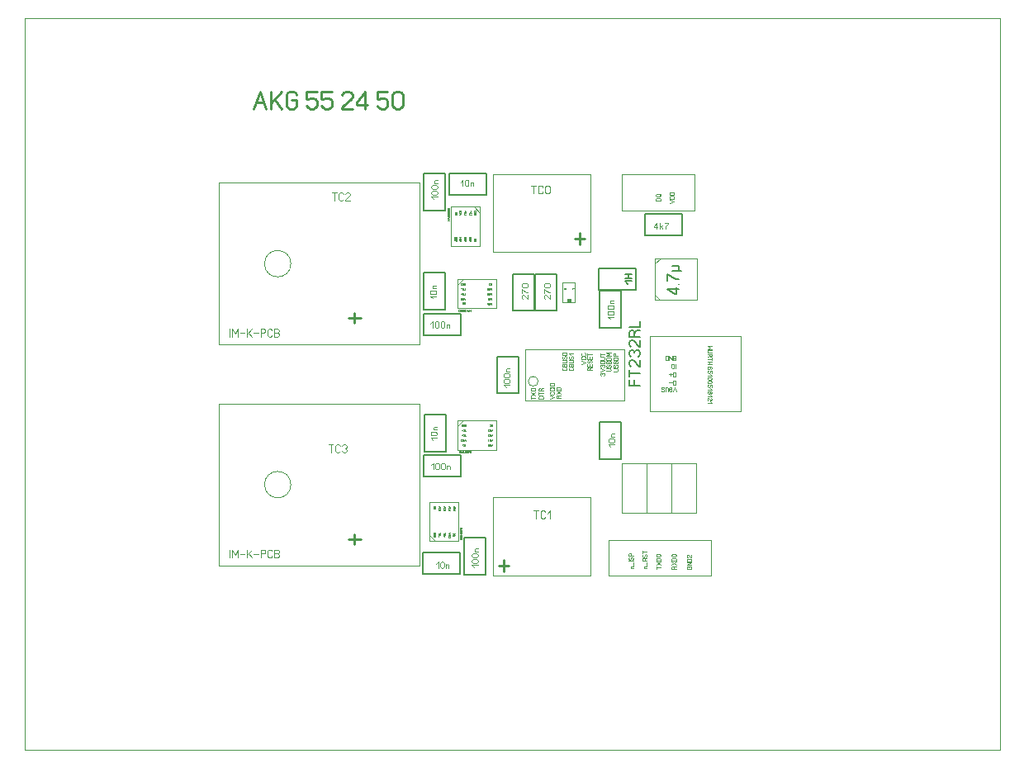
<source format=gbr>
%FSLAX34Y34*%
%MOMM*%
%LNSILK_TOP*%
G71*
G01*
%ADD10C, 0.002*%
%ADD11C, 0.100*%
%ADD12C, 0.144*%
%ADD13C, 0.056*%
%ADD14C, 0.150*%
%ADD15C, 0.111*%
%ADD16C, 0.127*%
%ADD17C, 0.222*%
%ADD18C, 0.000*%
%ADD19C, 0.256*%
%ADD20C, 0.022*%
%LPD*%
G54D10*
X0Y750000D02*
X1000000Y750000D01*
X1000000Y0D01*
X0Y0D01*
X0Y750000D01*
G54D11*
X513413Y357690D02*
X513413Y410690D01*
X615414Y410690D01*
X615413Y357690D01*
X513413Y357690D01*
G54D12*
X631414Y373441D02*
X619858Y373441D01*
X619858Y379508D01*
G54D12*
X625636Y373441D02*
X625636Y379508D01*
G54D12*
X631414Y386152D02*
X619858Y386152D01*
G54D12*
X619858Y382686D02*
X619858Y389619D01*
G54D12*
X631414Y399730D02*
X631414Y392797D01*
X630692Y392797D01*
X629247Y393664D01*
X624914Y398864D01*
X623469Y399730D01*
X622025Y399730D01*
X620580Y398864D01*
X619858Y397130D01*
X619858Y395397D01*
X620580Y393664D01*
X622025Y392797D01*
G54D12*
X622025Y402908D02*
X620580Y403774D01*
X619858Y405508D01*
X619858Y407241D01*
X620580Y408974D01*
X622025Y409841D01*
X623469Y409841D01*
X624914Y408974D01*
X625636Y407241D01*
X626358Y408974D01*
X627803Y409841D01*
X629247Y409841D01*
X630692Y408974D01*
X631414Y407241D01*
X631414Y405508D01*
X630692Y403774D01*
X629247Y402908D01*
G54D12*
X631414Y419952D02*
X631414Y413019D01*
X630692Y413019D01*
X629247Y413886D01*
X624914Y419086D01*
X623469Y419952D01*
X622025Y419952D01*
X620580Y419086D01*
X619858Y417352D01*
X619858Y415619D01*
X620580Y413886D01*
X622025Y413019D01*
G54D12*
X625636Y426596D02*
X627080Y429196D01*
X628525Y430063D01*
X631414Y430063D01*
G54D12*
X631414Y423130D02*
X619858Y423130D01*
X619858Y427463D01*
X620580Y429196D01*
X622025Y430063D01*
X623469Y430063D01*
X624914Y429196D01*
X625636Y427463D01*
X625636Y423130D01*
G54D12*
X619858Y433241D02*
X631414Y433241D01*
X631414Y439308D01*
G54D13*
X596776Y388080D02*
X600387Y388080D01*
X600943Y388414D01*
X601220Y389080D01*
X601220Y389747D01*
X600943Y390414D01*
X600387Y390747D01*
X596776Y390747D01*
G54D13*
X600387Y391969D02*
X600943Y392303D01*
X601220Y392969D01*
X601220Y393636D01*
X600943Y394303D01*
X600387Y394636D01*
X599832Y394636D01*
X599276Y394303D01*
X598998Y393636D01*
X598998Y392969D01*
X598720Y392303D01*
X598165Y391969D01*
X597609Y391969D01*
X597054Y392303D01*
X596776Y392969D01*
X596776Y393636D01*
X597054Y394303D01*
X597609Y394636D01*
G54D13*
X601220Y395858D02*
X596776Y395858D01*
X596776Y397525D01*
X597054Y398192D01*
X597609Y398525D01*
X598165Y398525D01*
X598720Y398192D01*
X598998Y397525D01*
X599276Y398192D01*
X599832Y398525D01*
X600387Y398525D01*
X600943Y398192D01*
X601220Y397525D01*
X601220Y395858D01*
G54D13*
X598998Y395858D02*
X598998Y397525D01*
G54D13*
X601220Y399747D02*
X596776Y399747D01*
X596776Y401414D01*
X597054Y402081D01*
X597609Y402414D01*
X600387Y402414D01*
X600943Y402081D01*
X601220Y401414D01*
X601220Y399747D01*
G54D13*
X601220Y403636D02*
X596776Y403636D01*
X599554Y405303D01*
X596776Y406970D01*
X601220Y406970D01*
G54D13*
X603776Y388013D02*
X607387Y388013D01*
X607943Y388347D01*
X608220Y389013D01*
X608220Y389680D01*
X607943Y390347D01*
X607387Y390680D01*
X603776Y390680D01*
G54D13*
X607387Y391902D02*
X607943Y392236D01*
X608220Y392902D01*
X608220Y393569D01*
X607943Y394236D01*
X607387Y394569D01*
X606832Y394569D01*
X606276Y394236D01*
X605998Y393569D01*
X605998Y392902D01*
X605720Y392236D01*
X605165Y391902D01*
X604609Y391902D01*
X604054Y392236D01*
X603776Y392902D01*
X603776Y393569D01*
X604054Y394236D01*
X604609Y394569D01*
G54D13*
X608220Y395791D02*
X603776Y395791D01*
X603776Y397458D01*
X604054Y398125D01*
X604609Y398458D01*
X605165Y398458D01*
X605720Y398125D01*
X605998Y397458D01*
X606276Y398125D01*
X606832Y398458D01*
X607387Y398458D01*
X607943Y398125D01*
X608220Y397458D01*
X608220Y395791D01*
G54D13*
X605998Y395791D02*
X605998Y397458D01*
G54D13*
X608220Y399680D02*
X603776Y399680D01*
X603776Y401347D01*
X604054Y402014D01*
X604609Y402347D01*
X607387Y402347D01*
X607943Y402014D01*
X608220Y401347D01*
X608220Y399680D01*
G54D13*
X608220Y403569D02*
X603776Y403569D01*
X603776Y405236D01*
X604054Y405903D01*
X604609Y406236D01*
X605165Y406236D01*
X605720Y405902D01*
X605998Y405236D01*
X605998Y403569D01*
G54D13*
X570776Y395580D02*
X575220Y397247D01*
X570776Y398914D01*
G54D13*
X574387Y402802D02*
X574943Y402468D01*
X575220Y401802D01*
X575220Y401135D01*
X574943Y400469D01*
X574387Y400135D01*
X571609Y400135D01*
X571054Y400469D01*
X570776Y401135D01*
X570776Y401802D01*
X571054Y402468D01*
X571609Y402802D01*
G54D13*
X574387Y406691D02*
X574943Y406358D01*
X575220Y405691D01*
X575220Y405024D01*
X574943Y404358D01*
X574387Y404024D01*
X571609Y404024D01*
X571054Y404358D01*
X570776Y405024D01*
X570776Y405691D01*
X571054Y406358D01*
X571609Y406691D01*
G54D13*
X538776Y359580D02*
X543220Y361247D01*
X538776Y362914D01*
G54D13*
X542387Y366802D02*
X542943Y366469D01*
X543220Y365802D01*
X543220Y365135D01*
X542943Y364469D01*
X542387Y364135D01*
X539609Y364135D01*
X539054Y364469D01*
X538776Y365135D01*
X538776Y365802D01*
X539054Y366469D01*
X539609Y366802D01*
G54D13*
X542387Y370691D02*
X542943Y370358D01*
X543220Y369691D01*
X543220Y369024D01*
X542943Y368358D01*
X542387Y368024D01*
X539609Y368024D01*
X539054Y368358D01*
X538776Y369024D01*
X538776Y369691D01*
X539054Y370358D01*
X539609Y370691D01*
G54D13*
X543220Y371913D02*
X538776Y371913D01*
G54D13*
X539609Y375802D02*
X542387Y375802D01*
X542943Y375469D01*
X543220Y374802D01*
X543220Y374135D01*
X542943Y373469D01*
X542387Y373135D01*
X539609Y373135D01*
X539054Y373469D01*
X538776Y374135D01*
X538776Y374802D01*
X539054Y375469D01*
X539609Y375802D01*
G54D13*
X523720Y360914D02*
X519276Y360914D01*
G54D13*
X519276Y359580D02*
X519276Y362247D01*
G54D13*
X519276Y363470D02*
X523720Y366803D01*
G54D13*
X523720Y363469D02*
X519276Y366803D01*
G54D13*
X523720Y368024D02*
X519276Y368024D01*
X519276Y369691D01*
X519554Y370358D01*
X520109Y370691D01*
X522887Y370691D01*
X523443Y370358D01*
X523720Y369691D01*
X523720Y368024D01*
G54D13*
X547498Y361914D02*
X548054Y362914D01*
X548609Y363247D01*
X549720Y363247D01*
G54D13*
X549720Y360580D02*
X545276Y360580D01*
X545276Y362247D01*
X545554Y362914D01*
X546109Y363247D01*
X546665Y363247D01*
X547220Y362914D01*
X547498Y362247D01*
X547498Y360580D01*
G54D13*
X545276Y364469D02*
X549720Y367803D01*
G54D13*
X549720Y364470D02*
X545276Y367803D01*
G54D13*
X549720Y369024D02*
X545276Y369024D01*
X545276Y370691D01*
X545554Y371358D01*
X546109Y371691D01*
X548887Y371691D01*
X549443Y371358D01*
X549720Y370691D01*
X549720Y369024D01*
G54D11*
G75*
G01X526665Y377691D02*
G03X526665Y377691I-5000J0D01*
G01*
G54D13*
X591109Y383580D02*
X590554Y383914D01*
X590276Y384580D01*
X590276Y385247D01*
X590554Y385914D01*
X591109Y386247D01*
X591665Y386247D01*
X592220Y385914D01*
X592498Y385247D01*
X592776Y385914D01*
X593332Y386247D01*
X593887Y386247D01*
X594443Y385914D01*
X594720Y385247D01*
X594720Y384580D01*
X594443Y383914D01*
X593887Y383580D01*
G54D13*
X590276Y387469D02*
X594720Y389136D01*
X590276Y390803D01*
G54D13*
X591109Y392024D02*
X590554Y392358D01*
X590276Y393024D01*
X590276Y393691D01*
X590554Y394358D01*
X591109Y394691D01*
X591665Y394691D01*
X592220Y394358D01*
X592498Y393691D01*
X592776Y394358D01*
X593332Y394691D01*
X593887Y394691D01*
X594443Y394358D01*
X594720Y393691D01*
X594720Y393024D01*
X594443Y392358D01*
X593887Y392024D01*
G54D13*
X591109Y398580D02*
X593887Y398580D01*
X594443Y398247D01*
X594720Y397580D01*
X594720Y396913D01*
X594443Y396247D01*
X593887Y395913D01*
X591109Y395913D01*
X590554Y396247D01*
X590276Y396913D01*
X590276Y397580D01*
X590554Y398247D01*
X591109Y398580D01*
G54D13*
X590276Y399802D02*
X593887Y399802D01*
X594443Y400136D01*
X594720Y400802D01*
X594720Y401469D01*
X594443Y402136D01*
X593887Y402469D01*
X590276Y402469D01*
G54D13*
X594720Y405025D02*
X590276Y405025D01*
G54D13*
X590276Y403691D02*
X590276Y406358D01*
G54D13*
X554887Y391747D02*
X555443Y391414D01*
X555720Y390747D01*
X555720Y390080D01*
X555443Y389414D01*
X554887Y389080D01*
X552109Y389080D01*
X551554Y389414D01*
X551276Y390080D01*
X551276Y390747D01*
X551554Y391414D01*
X552109Y391747D01*
G54D13*
X555720Y392969D02*
X551276Y392969D01*
X551276Y394636D01*
X551554Y395303D01*
X552109Y395636D01*
X552665Y395636D01*
X553220Y395303D01*
X553498Y394636D01*
X553776Y395303D01*
X554332Y395636D01*
X554887Y395636D01*
X555443Y395303D01*
X555720Y394636D01*
X555720Y392969D01*
G54D13*
X553498Y392969D02*
X553498Y394636D01*
G54D13*
X551276Y396858D02*
X554887Y396858D01*
X555443Y397192D01*
X555720Y397858D01*
X555720Y398525D01*
X555443Y399192D01*
X554887Y399525D01*
X551276Y399525D01*
G54D13*
X554887Y400747D02*
X555443Y401081D01*
X555720Y401747D01*
X555720Y402414D01*
X555443Y403081D01*
X554887Y403414D01*
X554332Y403414D01*
X553776Y403081D01*
X553498Y402414D01*
X553498Y401747D01*
X553220Y401081D01*
X552665Y400747D01*
X552109Y400747D01*
X551554Y401081D01*
X551276Y401747D01*
X551276Y402414D01*
X551554Y403081D01*
X552109Y403414D01*
G54D13*
X552109Y407303D02*
X554887Y407303D01*
X555443Y406970D01*
X555720Y406303D01*
X555720Y405636D01*
X555443Y404970D01*
X554887Y404636D01*
X552109Y404636D01*
X551554Y404970D01*
X551276Y405636D01*
X551276Y406303D01*
X551554Y406970D01*
X552109Y407303D01*
G54D13*
X561887Y391747D02*
X562443Y391414D01*
X562720Y390747D01*
X562720Y390080D01*
X562443Y389414D01*
X561887Y389080D01*
X559109Y389080D01*
X558554Y389414D01*
X558276Y390080D01*
X558276Y390747D01*
X558554Y391414D01*
X559109Y391747D01*
G54D13*
X562720Y392969D02*
X558276Y392969D01*
X558276Y394636D01*
X558554Y395303D01*
X559109Y395636D01*
X559665Y395636D01*
X560220Y395303D01*
X560498Y394636D01*
X560776Y395303D01*
X561332Y395636D01*
X561887Y395636D01*
X562443Y395303D01*
X562720Y394636D01*
X562720Y392969D01*
G54D13*
X560498Y392969D02*
X560498Y394636D01*
G54D13*
X558276Y396858D02*
X561887Y396858D01*
X562443Y397192D01*
X562720Y397858D01*
X562720Y398525D01*
X562443Y399192D01*
X561887Y399525D01*
X558276Y399525D01*
G54D13*
X561887Y400747D02*
X562443Y401081D01*
X562720Y401747D01*
X562720Y402414D01*
X562443Y403081D01*
X561887Y403414D01*
X561332Y403414D01*
X560776Y403081D01*
X560498Y402414D01*
X560498Y401747D01*
X560220Y401081D01*
X559665Y400747D01*
X559109Y400747D01*
X558554Y401081D01*
X558276Y401747D01*
X558276Y402414D01*
X558554Y403081D01*
X559109Y403414D01*
G54D13*
X559943Y404636D02*
X558276Y406303D01*
X562720Y406303D01*
G54D13*
X579498Y390414D02*
X580054Y391414D01*
X580609Y391747D01*
X581720Y391747D01*
G54D13*
X581720Y389080D02*
X577276Y389080D01*
X577276Y390747D01*
X577554Y391414D01*
X578109Y391747D01*
X578665Y391747D01*
X579220Y391414D01*
X579498Y390747D01*
X579498Y389080D01*
G54D13*
X581720Y395303D02*
X581720Y392969D01*
X577276Y392969D01*
X577276Y395303D01*
G54D13*
X579498Y392969D02*
X579498Y395303D01*
G54D13*
X580887Y396524D02*
X581443Y396858D01*
X581720Y397524D01*
X581720Y398191D01*
X581443Y398858D01*
X580887Y399191D01*
X580332Y399191D01*
X579776Y398858D01*
X579498Y398191D01*
X579498Y397524D01*
X579220Y396858D01*
X578665Y396524D01*
X578109Y396524D01*
X577554Y396858D01*
X577276Y397524D01*
X577276Y398191D01*
X577554Y398858D01*
X578109Y399191D01*
G54D13*
X581720Y402747D02*
X581720Y400413D01*
X577276Y400413D01*
X577276Y402747D01*
G54D13*
X579498Y400413D02*
X579498Y402747D01*
G54D13*
X581720Y405302D02*
X577276Y405302D01*
G54D13*
X577276Y403968D02*
X577276Y406635D01*
G54D14*
X523752Y487915D02*
X545752Y487915D01*
X545752Y449915D01*
X523752Y449915D01*
X523752Y487915D01*
G54D15*
X539185Y466120D02*
X539185Y462387D01*
X538796Y462387D01*
X538018Y462854D01*
X535685Y465654D01*
X534907Y466120D01*
X534129Y466120D01*
X533352Y465654D01*
X532963Y464720D01*
X532963Y463787D01*
X533352Y462854D01*
X534129Y462387D01*
G54D15*
X532963Y468298D02*
X532963Y472031D01*
X533741Y471564D01*
X534907Y470631D01*
X536463Y469698D01*
X537629Y469231D01*
X539185Y469231D01*
G54D15*
X534129Y477942D02*
X538018Y477942D01*
X538796Y477476D01*
X539185Y476542D01*
X539185Y475609D01*
X538796Y474676D01*
X538018Y474209D01*
X534129Y474209D01*
X533352Y474676D01*
X532963Y475609D01*
X532963Y476542D01*
X533352Y477476D01*
X534129Y477942D01*
G54D14*
X626887Y493867D02*
X626887Y471867D01*
X588887Y471867D01*
X588887Y493867D01*
X626887Y493867D01*
G54D16*
X618261Y477733D02*
X615594Y480399D01*
X622705Y480399D01*
G54D16*
X622705Y482889D02*
X615594Y482889D01*
G54D16*
X622705Y487155D02*
X615594Y487155D01*
G54D16*
X619150Y482889D02*
X619150Y487155D01*
G54D11*
X646740Y460992D02*
X646740Y503992D01*
X689741Y503992D01*
X689741Y460992D01*
X646740Y460992D01*
G54D11*
X646740Y466492D02*
X651741Y461492D01*
G54D11*
X646740Y496992D02*
X646740Y498492D01*
X652241Y503992D01*
G54D12*
X671004Y472592D02*
X659449Y472592D01*
X666671Y467392D01*
X668116Y467392D01*
X668116Y474326D01*
G54D12*
X671004Y477503D02*
X671004Y477503D01*
G54D12*
X659449Y480681D02*
X659449Y487615D01*
X660893Y486748D01*
X663060Y485015D01*
X665949Y483281D01*
X668116Y482415D01*
X671004Y482415D01*
G54D12*
X664504Y490792D02*
X673893Y490792D01*
G54D12*
X664504Y495992D02*
X671004Y495992D01*
G54D12*
X669560Y495992D02*
X670716Y495126D01*
X671004Y493392D01*
X670716Y491659D01*
X669560Y490792D01*
X664504Y490792D01*
G54D17*
X234700Y657050D02*
X241367Y674828D01*
X248033Y657050D01*
G54D17*
X237367Y663717D02*
X245367Y663717D01*
G54D17*
X252922Y657050D02*
X252922Y674828D01*
G54D17*
X252922Y662606D02*
X263589Y674828D01*
G54D17*
X256922Y665939D02*
X263589Y657050D01*
G54D17*
X273811Y665939D02*
X279145Y665939D01*
X279145Y660383D01*
X277811Y658161D01*
X275145Y657050D01*
X272478Y657050D01*
X269811Y658161D01*
X268478Y660383D01*
X268478Y671494D01*
X269811Y673717D01*
X272478Y674828D01*
X275145Y674828D01*
X277811Y673717D01*
X279145Y671494D01*
G54D17*
X299857Y674828D02*
X289190Y674828D01*
X289190Y667050D01*
X290523Y667050D01*
X293190Y668161D01*
X295857Y668161D01*
X298523Y667050D01*
X299857Y664828D01*
X299857Y660383D01*
X298523Y658161D01*
X295857Y657050D01*
X293190Y657050D01*
X290523Y658161D01*
X289190Y660383D01*
G54D17*
X315413Y674828D02*
X304746Y674828D01*
X304746Y667050D01*
X306079Y667050D01*
X308746Y668161D01*
X311413Y668161D01*
X314079Y667050D01*
X315413Y664828D01*
X315413Y660383D01*
X314079Y658161D01*
X311413Y657050D01*
X308746Y657050D01*
X306079Y658161D01*
X304746Y660383D01*
G54D17*
X336125Y657050D02*
X325458Y657050D01*
X325458Y658161D01*
X326791Y660383D01*
X334791Y667050D01*
X336125Y669272D01*
X336125Y671494D01*
X334791Y673717D01*
X332125Y674828D01*
X329458Y674828D01*
X326791Y673717D01*
X325458Y671494D01*
G54D17*
X349014Y657050D02*
X349014Y674828D01*
X341014Y663717D01*
X341014Y661494D01*
X351681Y661494D01*
G54D17*
X372393Y674828D02*
X361726Y674828D01*
X361726Y667050D01*
X363059Y667050D01*
X365726Y668161D01*
X368393Y668161D01*
X371059Y667050D01*
X372393Y664828D01*
X372393Y660383D01*
X371059Y658161D01*
X368393Y657050D01*
X365726Y657050D01*
X363059Y658161D01*
X361726Y660383D01*
G54D17*
X387949Y671494D02*
X387949Y660383D01*
X386615Y658161D01*
X383949Y657050D01*
X381282Y657050D01*
X378615Y658161D01*
X377282Y660383D01*
X377282Y671494D01*
X378615Y673717D01*
X381282Y674828D01*
X383949Y674828D01*
X386615Y673717D01*
X387949Y671494D01*
G54D14*
X611985Y432444D02*
X589985Y432445D01*
X589985Y470444D01*
X611985Y470444D01*
X611985Y432444D01*
G54D15*
X600452Y441459D02*
X598119Y443792D01*
X604341Y443792D01*
G54D15*
X599285Y449703D02*
X603174Y449703D01*
X603952Y449237D01*
X604341Y448303D01*
X604341Y447370D01*
X603952Y446437D01*
X603174Y445970D01*
X599285Y445970D01*
X598508Y446437D01*
X598119Y447370D01*
X598119Y448303D01*
X598508Y449237D01*
X599285Y449703D01*
G54D15*
X599285Y455614D02*
X603174Y455614D01*
X603952Y455148D01*
X604341Y454214D01*
X604341Y453281D01*
X603952Y452348D01*
X603174Y451881D01*
X599285Y451881D01*
X598508Y452348D01*
X598119Y453281D01*
X598119Y454214D01*
X598508Y455148D01*
X599285Y455614D01*
G54D15*
X604341Y457792D02*
X600841Y457792D01*
G54D15*
X601619Y457792D02*
X601074Y458259D01*
X600841Y459192D01*
X601074Y460125D01*
X601619Y460592D01*
X604341Y460592D01*
G54D13*
X531720Y360080D02*
X527276Y360080D01*
X527276Y361747D01*
X527554Y362414D01*
X528109Y362747D01*
X530887Y362747D01*
X531443Y362414D01*
X531720Y361747D01*
X531720Y360080D01*
G54D13*
X531720Y365303D02*
X527276Y365303D01*
G54D13*
X527276Y363969D02*
X527276Y366636D01*
G54D13*
X529498Y369192D02*
X530054Y370192D01*
X530609Y370525D01*
X531720Y370525D01*
G54D13*
X531720Y367858D02*
X527276Y367858D01*
X527276Y369525D01*
X527554Y370192D01*
X528109Y370525D01*
X528665Y370525D01*
X529220Y370192D01*
X529498Y369525D01*
X529498Y367858D01*
G54D18*
X404700Y415300D02*
X199700Y415300D01*
X199700Y581300D01*
X404700Y581300D01*
X404700Y415300D01*
G54D18*
G75*
G01X273200Y498300D02*
G03X273200Y498300I-13500J0D01*
G01*
G54D19*
X344700Y442356D02*
X332433Y442356D01*
G54D19*
X338567Y437244D02*
X338567Y447467D01*
G54D11*
X210744Y423522D02*
X210744Y431522D01*
G54D11*
X212944Y423522D02*
X212944Y431522D01*
X215944Y426522D01*
X218944Y431522D01*
X218944Y423522D01*
G54D11*
X221144Y427022D02*
X225944Y427022D01*
G54D11*
X228144Y423522D02*
X228144Y431522D01*
G54D11*
X228144Y426022D02*
X232944Y431522D01*
G54D11*
X229944Y427522D02*
X232944Y423522D01*
G54D11*
X235144Y427022D02*
X239944Y427022D01*
G54D11*
X242144Y423522D02*
X242144Y431522D01*
X245144Y431522D01*
X246344Y431022D01*
X246944Y430022D01*
X246944Y429022D01*
X246344Y428022D01*
X245144Y427522D01*
X242144Y427522D01*
G54D11*
X253944Y425022D02*
X253344Y424022D01*
X252144Y423522D01*
X250944Y423522D01*
X249744Y424022D01*
X249144Y425022D01*
X249144Y430022D01*
X249744Y431022D01*
X250944Y431522D01*
X252144Y431522D01*
X253344Y431022D01*
X253944Y430022D01*
G54D11*
X256144Y423522D02*
X256144Y431522D01*
X259144Y431522D01*
X260344Y431022D01*
X260944Y430022D01*
X260944Y429022D01*
X260344Y428022D01*
X259144Y427522D01*
X260344Y427022D01*
X260944Y426022D01*
X260944Y425022D01*
X260344Y424022D01*
X259144Y423522D01*
X256144Y423522D01*
G54D11*
X256144Y427522D02*
X259144Y427522D01*
G54D18*
X404700Y188800D02*
X199700Y188800D01*
X199700Y354800D01*
X404700Y354800D01*
X404700Y188800D01*
G54D18*
G75*
G01X273200Y271800D02*
G03X273200Y271800I-13500J0D01*
G01*
G54D19*
X344700Y215856D02*
X332433Y215856D01*
G54D19*
X338567Y210744D02*
X338567Y220967D01*
G54D11*
X210744Y197022D02*
X210744Y205022D01*
G54D11*
X212944Y197022D02*
X212944Y205022D01*
X215944Y200022D01*
X218944Y205022D01*
X218944Y197022D01*
G54D11*
X221144Y200522D02*
X225944Y200522D01*
G54D11*
X228144Y197022D02*
X228144Y205022D01*
G54D11*
X228144Y199522D02*
X232944Y205022D01*
G54D11*
X229944Y201022D02*
X232944Y197022D01*
G54D11*
X235144Y200522D02*
X239944Y200522D01*
G54D11*
X242144Y197022D02*
X242144Y205022D01*
X245144Y205022D01*
X246344Y204522D01*
X246944Y203522D01*
X246944Y202522D01*
X246344Y201522D01*
X245144Y201022D01*
X242144Y201022D01*
G54D11*
X253944Y198522D02*
X253344Y197522D01*
X252144Y197022D01*
X250944Y197022D01*
X249744Y197522D01*
X249144Y198522D01*
X249144Y203522D01*
X249744Y204522D01*
X250944Y205022D01*
X252144Y205022D01*
X253344Y204522D01*
X253944Y203522D01*
G54D11*
X256144Y197022D02*
X256144Y205022D01*
X259144Y205022D01*
X260344Y204522D01*
X260944Y203522D01*
X260944Y202522D01*
X260344Y201522D01*
X259144Y201022D01*
X260344Y200522D01*
X260944Y199522D01*
X260944Y198522D01*
X260344Y197522D01*
X259144Y197022D01*
X256144Y197022D01*
G54D11*
X256144Y201022D02*
X259144Y201022D01*
G54D18*
X437043Y516576D02*
X437043Y556576D01*
X467043Y556576D01*
X467043Y516576D01*
X437043Y516576D01*
G54D18*
X467043Y550376D02*
X460843Y556576D01*
G54D20*
X461943Y548820D02*
X461943Y549353D01*
X462499Y549353D01*
X462721Y549220D01*
X462832Y548953D01*
X462832Y548686D01*
X462721Y548420D01*
X462499Y548286D01*
X461388Y548286D01*
X461165Y548420D01*
X461054Y548686D01*
X461054Y548953D01*
X461165Y549220D01*
X461388Y549353D01*
G54D20*
X462832Y549842D02*
X461054Y549842D01*
X462832Y550909D01*
X461054Y550909D01*
G54D20*
X462832Y551398D02*
X461054Y551398D01*
X461054Y552065D01*
X461165Y552332D01*
X461388Y552465D01*
X462499Y552465D01*
X462721Y552332D01*
X462832Y552065D01*
X462832Y551398D01*
G54D20*
X458032Y548920D02*
X456254Y548920D01*
G54D20*
X456254Y548386D02*
X456254Y549453D01*
G54D20*
X457699Y551009D02*
X457921Y550876D01*
X458032Y550609D01*
X458032Y550342D01*
X457921Y550076D01*
X457699Y549942D01*
X456588Y549942D01*
X456365Y550076D01*
X456254Y550342D01*
X456254Y550609D01*
X456365Y550876D01*
X456588Y551009D01*
G54D20*
X457254Y551498D02*
X457254Y552565D01*
G54D20*
X452832Y548820D02*
X451054Y548820D01*
G54D20*
X451054Y548286D02*
X451054Y549353D01*
G54D20*
X452499Y550909D02*
X452721Y550776D01*
X452832Y550509D01*
X452832Y550242D01*
X452721Y549976D01*
X452499Y549842D01*
X451388Y549842D01*
X451165Y549976D01*
X451054Y550242D01*
X451054Y550509D01*
X451165Y550776D01*
X451388Y550909D01*
G54D20*
X452054Y551398D02*
X452054Y552465D01*
G54D20*
X451610Y551932D02*
X452499Y551932D01*
G54D20*
X445954Y548586D02*
X447732Y549253D01*
X445954Y549920D01*
G54D20*
X447732Y550408D02*
X445954Y550408D01*
X445954Y551075D01*
X446065Y551342D01*
X446288Y551475D01*
X447399Y551475D01*
X447621Y551342D01*
X447732Y551075D01*
X447732Y550408D01*
G54D20*
X447732Y551964D02*
X445954Y551964D01*
X445954Y552631D01*
X446065Y552898D01*
X446288Y553031D01*
X447399Y553031D01*
X447621Y552898D01*
X447732Y552631D01*
X447732Y551964D01*
G54D20*
X442932Y548686D02*
X441154Y548686D01*
X441154Y549353D01*
X441265Y549620D01*
X441488Y549753D01*
X442599Y549753D01*
X442821Y549620D01*
X442932Y549353D01*
X442932Y548686D01*
G54D20*
X442599Y550776D02*
X442932Y551442D01*
G54D20*
X441488Y551309D02*
X442599Y551309D01*
X442821Y551176D01*
X442932Y550909D01*
X442932Y550642D01*
X442821Y550376D01*
X442599Y550242D01*
X441488Y550242D01*
X441265Y550376D01*
X441154Y550642D01*
X441154Y550909D01*
X441265Y551176D01*
X441488Y551309D01*
G54D20*
X457832Y521186D02*
X456054Y521853D01*
X457832Y522520D01*
G54D20*
X457165Y521453D02*
X457165Y522253D01*
G54D20*
X457832Y523008D02*
X456054Y523008D01*
X456054Y523675D01*
X456165Y523942D01*
X456388Y524075D01*
X457499Y524075D01*
X457721Y523942D01*
X457832Y523675D01*
X457832Y523008D01*
G54D20*
X456388Y524564D02*
X456165Y524698D01*
X456054Y524964D01*
X456054Y525231D01*
X456165Y525498D01*
X456388Y525631D01*
X456610Y525631D01*
X456832Y525498D01*
X456943Y525231D01*
X457054Y525498D01*
X457276Y525631D01*
X457499Y525631D01*
X457721Y525498D01*
X457832Y525231D01*
X457832Y524964D01*
X457721Y524698D01*
X457499Y524564D01*
G54D20*
X452832Y521186D02*
X451054Y521853D01*
X452832Y522520D01*
G54D20*
X452166Y521453D02*
X452165Y522253D01*
G54D20*
X452832Y523008D02*
X451054Y523008D01*
X451054Y523675D01*
X451165Y523942D01*
X451388Y524075D01*
X452499Y524075D01*
X452721Y523942D01*
X452832Y523675D01*
X452832Y523008D01*
G54D20*
X452832Y525631D02*
X452832Y524564D01*
X452721Y524564D01*
X452499Y524698D01*
X451832Y525498D01*
X451610Y525631D01*
X451388Y525631D01*
X451165Y525498D01*
X451054Y525231D01*
X451054Y524964D01*
X451165Y524698D01*
X451388Y524564D01*
G54D20*
X447732Y521186D02*
X445954Y521853D01*
X447732Y522520D01*
G54D20*
X447065Y521453D02*
X447065Y522253D01*
G54D20*
X447732Y523008D02*
X445954Y523008D01*
X445954Y523675D01*
X446065Y523942D01*
X446288Y524075D01*
X447399Y524075D01*
X447621Y523942D01*
X447732Y523675D01*
X447732Y523008D01*
G54D20*
X446621Y524564D02*
X445954Y525231D01*
X447732Y525231D01*
G54D20*
X442832Y521186D02*
X441054Y521853D01*
X442832Y522520D01*
G54D20*
X442165Y521453D02*
X442165Y522253D01*
G54D20*
X442832Y523008D02*
X441054Y523008D01*
X441054Y523675D01*
X441165Y523942D01*
X441388Y524075D01*
X442499Y524075D01*
X442721Y523942D01*
X442832Y523675D01*
X442832Y523008D01*
G54D20*
X441388Y525631D02*
X442499Y525631D01*
X442721Y525498D01*
X442832Y525231D01*
X442832Y524964D01*
X442721Y524698D01*
X442499Y524564D01*
X441388Y524564D01*
X441165Y524698D01*
X441054Y524964D01*
X441054Y525231D01*
X441165Y525498D01*
X441388Y525631D01*
G54D20*
X462932Y521186D02*
X461154Y521186D01*
X462932Y522253D01*
X461154Y522253D01*
G54D20*
X462599Y523809D02*
X462821Y523676D01*
X462932Y523409D01*
X462932Y523142D01*
X462821Y522876D01*
X462599Y522742D01*
X461488Y522742D01*
X461266Y522876D01*
X461154Y523142D01*
X461154Y523409D01*
X461266Y523676D01*
X461488Y523809D01*
G54D20*
X435543Y542776D02*
X433765Y542776D01*
X434876Y543443D01*
X433765Y544110D01*
X435543Y544110D01*
G54D20*
X435543Y544598D02*
X433765Y545265D01*
X435543Y545932D01*
G54D20*
X434876Y544865D02*
X434876Y545665D01*
G54D20*
X433765Y546420D02*
X435543Y547754D01*
G54D20*
X435543Y546420D02*
X433765Y547754D01*
G54D20*
X434099Y548242D02*
X433876Y548376D01*
X433765Y548642D01*
X433765Y548909D01*
X433876Y549176D01*
X434099Y549309D01*
X434321Y549309D01*
X434543Y549176D01*
X434654Y548909D01*
X434765Y549176D01*
X434988Y549309D01*
X435210Y549309D01*
X435432Y549176D01*
X435543Y548909D01*
X435543Y548642D01*
X435432Y548376D01*
X435210Y548242D01*
G54D20*
X434432Y549798D02*
X433765Y550465D01*
X435543Y550465D01*
G54D20*
X434654Y551621D02*
X434654Y551354D01*
X434543Y551088D01*
X434321Y550954D01*
X434098Y550954D01*
X433876Y551088D01*
X433765Y551354D01*
X433765Y551621D01*
X433876Y551888D01*
X434098Y552021D01*
X434321Y552021D01*
X434543Y551888D01*
X434654Y551621D01*
X434765Y551888D01*
X434988Y552021D01*
X435210Y552021D01*
X435432Y551888D01*
X435543Y551621D01*
X435543Y551354D01*
X435432Y551088D01*
X435210Y550954D01*
X434987Y550954D01*
X434765Y551088D01*
X434654Y551354D01*
G54D20*
X433765Y553577D02*
X433765Y552510D01*
X434543Y552510D01*
X434543Y552644D01*
X434432Y552910D01*
X434432Y553177D01*
X434543Y553444D01*
X434765Y553577D01*
X435210Y553577D01*
X435432Y553444D01*
X435543Y553177D01*
X435543Y552910D01*
X435432Y552644D01*
X435210Y552510D01*
G54D20*
X434098Y555133D02*
X435210Y555133D01*
X435432Y555000D01*
X435543Y554733D01*
X435543Y554466D01*
X435432Y554200D01*
X435210Y554066D01*
X434099Y554066D01*
X433876Y554200D01*
X433765Y554466D01*
X433765Y554733D01*
X433876Y555000D01*
X434098Y555133D01*
G54D14*
X435358Y568832D02*
X435358Y590832D01*
X473358Y590832D01*
X473358Y568832D01*
X435358Y568832D01*
G54D15*
X447145Y581832D02*
X449478Y584165D01*
X449478Y577943D01*
G54D15*
X455390Y582998D02*
X455390Y579110D01*
X454923Y578332D01*
X453990Y577943D01*
X453056Y577943D01*
X452123Y578332D01*
X451656Y579110D01*
X451656Y582998D01*
X452123Y583776D01*
X453056Y584165D01*
X453990Y584165D01*
X454923Y583776D01*
X455390Y582998D01*
G54D15*
X457567Y577943D02*
X457567Y581443D01*
G54D15*
X457567Y580665D02*
X458034Y581210D01*
X458967Y581443D01*
X459900Y581210D01*
X460367Y580665D01*
X460367Y577943D01*
G54D14*
X409458Y591132D02*
X431458Y591132D01*
X431458Y553132D01*
X409458Y553132D01*
X409458Y591132D01*
G54D15*
X419602Y564592D02*
X417268Y566925D01*
X423491Y566925D01*
G54D15*
X418435Y572836D02*
X422324Y572836D01*
X423102Y572370D01*
X423491Y571436D01*
X423491Y570503D01*
X423102Y569570D01*
X422324Y569103D01*
X418435Y569103D01*
X417658Y569570D01*
X417268Y570503D01*
X417268Y571436D01*
X417658Y572370D01*
X418435Y572836D01*
G54D15*
X418435Y578747D02*
X422324Y578747D01*
X423102Y578281D01*
X423491Y577347D01*
X423491Y576414D01*
X423102Y575481D01*
X422324Y575014D01*
X418435Y575014D01*
X417658Y575481D01*
X417268Y576414D01*
X417268Y577347D01*
X417658Y578281D01*
X418435Y578747D01*
G54D15*
X423491Y580925D02*
X419991Y580925D01*
G54D15*
X420768Y580925D02*
X420224Y581392D01*
X419991Y582325D01*
X420224Y583258D01*
X420768Y583725D01*
X423491Y583725D01*
G54D11*
X687110Y589639D02*
X687110Y552640D01*
X612110Y552640D01*
X612110Y589639D01*
X687110Y589639D01*
G54D11*
X580500Y178600D02*
X480500Y178600D01*
X480500Y258600D01*
X580500Y258600D01*
X580500Y178600D01*
G54D11*
X480500Y590100D02*
X580500Y590100D01*
X580500Y510100D01*
X480500Y510100D01*
X480500Y590100D01*
G54D19*
X569544Y530000D02*
X569544Y517733D01*
G54D19*
X574656Y523867D02*
X564433Y523867D01*
G54D19*
X491544Y195000D02*
X491544Y182733D01*
G54D19*
X496656Y188867D02*
X486433Y188867D01*
G54D18*
X483647Y452533D02*
X443647Y452533D01*
X443647Y482533D01*
X483647Y482533D01*
X483647Y452533D01*
G54D18*
X449847Y482533D02*
X443647Y476333D01*
G54D20*
X451404Y477434D02*
X450871Y477434D01*
X450870Y477989D01*
X451004Y478211D01*
X451271Y478322D01*
X451537Y478322D01*
X451804Y478211D01*
X451937Y477989D01*
X451937Y476878D01*
X451804Y476656D01*
X451537Y476545D01*
X451271Y476545D01*
X451004Y476656D01*
X450871Y476878D01*
G54D20*
X450381Y478322D02*
X450381Y476545D01*
X449315Y478322D01*
X449315Y476545D01*
G54D20*
X448825Y478322D02*
X448825Y476545D01*
X448159Y476545D01*
X447892Y476656D01*
X447759Y476878D01*
X447759Y477989D01*
X447892Y478211D01*
X448159Y478322D01*
X448825Y478322D01*
G54D20*
X451304Y473522D02*
X451304Y471745D01*
G54D20*
X451837Y471745D02*
X450771Y471745D01*
G54D20*
X449215Y473189D02*
X449348Y473411D01*
X449615Y473522D01*
X449881Y473522D01*
X450148Y473411D01*
X450281Y473189D01*
X450281Y472078D01*
X450148Y471856D01*
X449881Y471745D01*
X449615Y471745D01*
X449348Y471856D01*
X449215Y472078D01*
G54D20*
X448725Y472745D02*
X447659Y472745D01*
G54D20*
X451404Y468322D02*
X451404Y466545D01*
G54D20*
X451937Y466545D02*
X450870Y466545D01*
G54D20*
X449315Y467989D02*
X449448Y468211D01*
X449715Y468322D01*
X449981Y468322D01*
X450248Y468211D01*
X450381Y467989D01*
X450381Y466878D01*
X450248Y466656D01*
X449981Y466545D01*
X449715Y466545D01*
X449448Y466656D01*
X449315Y466878D01*
G54D20*
X448825Y467545D02*
X447759Y467545D01*
G54D20*
X448292Y467100D02*
X448292Y467989D01*
G54D20*
X451637Y461445D02*
X450971Y463222D01*
X450304Y461445D01*
G54D20*
X449815Y463222D02*
X449815Y461445D01*
X449149Y461445D01*
X448882Y461556D01*
X448749Y461778D01*
X448749Y462889D01*
X448882Y463111D01*
X449149Y463222D01*
X449815Y463222D01*
G54D20*
X448259Y463222D02*
X448259Y461445D01*
X447593Y461445D01*
X447326Y461556D01*
X447192Y461778D01*
X447192Y462889D01*
X447326Y463111D01*
X447593Y463222D01*
X448259Y463222D01*
G54D20*
X451537Y458422D02*
X451537Y456645D01*
X450871Y456645D01*
X450604Y456756D01*
X450471Y456978D01*
X450471Y458089D01*
X450604Y458311D01*
X450871Y458422D01*
X451537Y458422D01*
G54D20*
X449448Y458089D02*
X448781Y458422D01*
G54D20*
X448915Y456978D02*
X448915Y458089D01*
X449048Y458311D01*
X449315Y458422D01*
X449581Y458422D01*
X449848Y458311D01*
X449981Y458089D01*
X449981Y456978D01*
X449848Y456756D01*
X449581Y456645D01*
X449315Y456645D01*
X449048Y456756D01*
X448915Y456978D01*
G54D20*
X479037Y473322D02*
X478371Y471545D01*
X477704Y473322D01*
G54D20*
X478771Y472656D02*
X477971Y472656D01*
G54D20*
X477215Y473322D02*
X477215Y471545D01*
X476549Y471545D01*
X476282Y471656D01*
X476149Y471878D01*
X476148Y472989D01*
X476282Y473211D01*
X476549Y473322D01*
X477215Y473322D01*
G54D20*
X475659Y471878D02*
X475526Y471656D01*
X475259Y471545D01*
X474993Y471545D01*
X474726Y471656D01*
X474593Y471878D01*
X474593Y472100D01*
X474726Y472322D01*
X474993Y472433D01*
X474726Y472545D01*
X474593Y472767D01*
X474593Y472989D01*
X474726Y473211D01*
X474993Y473322D01*
X475259Y473322D01*
X475526Y473211D01*
X475659Y472989D01*
G54D20*
X479037Y468322D02*
X478370Y466545D01*
X477704Y468322D01*
G54D20*
X478771Y467656D02*
X477971Y467656D01*
G54D20*
X477215Y468322D02*
X477215Y466545D01*
X476549Y466545D01*
X476282Y466656D01*
X476148Y466878D01*
X476149Y467989D01*
X476282Y468211D01*
X476548Y468322D01*
X477215Y468322D01*
G54D20*
X474593Y468322D02*
X475659Y468322D01*
X475659Y468211D01*
X475526Y467989D01*
X474726Y467322D01*
X474593Y467100D01*
X474593Y466878D01*
X474726Y466656D01*
X474993Y466545D01*
X475259Y466545D01*
X475526Y466656D01*
X475659Y466878D01*
G54D20*
X479037Y463222D02*
X478371Y461445D01*
X477704Y463222D01*
G54D20*
X478771Y462556D02*
X477971Y462556D01*
G54D20*
X477215Y463222D02*
X477215Y461445D01*
X476549Y461445D01*
X476282Y461556D01*
X476148Y461778D01*
X476148Y462889D01*
X476282Y463111D01*
X476549Y463222D01*
X477215Y463222D01*
G54D20*
X475659Y462111D02*
X474993Y461445D01*
X474993Y463222D01*
G54D20*
X479037Y458322D02*
X478371Y456545D01*
X477704Y458322D01*
G54D20*
X478771Y457656D02*
X477971Y457656D01*
G54D20*
X477215Y458322D02*
X477215Y456545D01*
X476548Y456545D01*
X476282Y456656D01*
X476149Y456878D01*
X476149Y457989D01*
X476282Y458211D01*
X476548Y458322D01*
X477215Y458322D01*
G54D20*
X474593Y456878D02*
X474593Y457989D01*
X474726Y458211D01*
X474993Y458322D01*
X475259Y458322D01*
X475526Y458211D01*
X475659Y457989D01*
X475659Y456878D01*
X475526Y456656D01*
X475259Y456545D01*
X474993Y456545D01*
X474726Y456656D01*
X474593Y456878D01*
G54D20*
X479037Y478422D02*
X479037Y476645D01*
X477971Y478422D01*
X477971Y476645D01*
G54D20*
X476415Y478089D02*
X476548Y478311D01*
X476814Y478422D01*
X477081Y478422D01*
X477348Y478311D01*
X477481Y478089D01*
X477481Y476978D01*
X477348Y476756D01*
X477081Y476645D01*
X476815Y476645D01*
X476548Y476756D01*
X476415Y476978D01*
G54D20*
X457447Y451033D02*
X457447Y449256D01*
X456781Y450367D01*
X456114Y449256D01*
X456114Y451033D01*
G54D20*
X455625Y451033D02*
X454958Y449256D01*
X454292Y451033D01*
G54D20*
X455359Y450367D02*
X454559Y450367D01*
G54D20*
X453803Y449256D02*
X452470Y451033D01*
G54D20*
X453803Y451033D02*
X452470Y449256D01*
G54D20*
X451981Y449589D02*
X451848Y449367D01*
X451581Y449256D01*
X451315Y449256D01*
X451048Y449367D01*
X450915Y449589D01*
X450915Y449811D01*
X451048Y450033D01*
X451315Y450144D01*
X451048Y450256D01*
X450915Y450478D01*
X450915Y450700D01*
X451048Y450922D01*
X451315Y451033D01*
X451581Y451033D01*
X451848Y450922D01*
X451981Y450700D01*
G54D20*
X450425Y449922D02*
X449759Y449256D01*
X449759Y451033D01*
G54D20*
X448603Y450144D02*
X448869Y450144D01*
X449136Y450033D01*
X449269Y449811D01*
X449269Y449589D01*
X449136Y449367D01*
X448869Y449256D01*
X448603Y449256D01*
X448336Y449367D01*
X448203Y449589D01*
X448202Y449811D01*
X448336Y450033D01*
X448603Y450144D01*
X448336Y450256D01*
X448203Y450478D01*
X448203Y450700D01*
X448336Y450922D01*
X448603Y451033D01*
X448869Y451033D01*
X449136Y450922D01*
X449269Y450700D01*
X449269Y450478D01*
X449136Y450256D01*
X448869Y450144D01*
G54D20*
X446647Y449256D02*
X447713Y449256D01*
X447713Y450033D01*
X447580Y450033D01*
X447313Y449922D01*
X447047Y449922D01*
X446780Y450033D01*
X446647Y450256D01*
X446647Y450700D01*
X446780Y450922D01*
X447047Y451033D01*
X447313Y451033D01*
X447580Y450922D01*
X447713Y450700D01*
G54D20*
X445091Y449589D02*
X445091Y450700D01*
X445224Y450922D01*
X445491Y451033D01*
X445757Y451033D01*
X446024Y450922D01*
X446157Y450700D01*
X446157Y449589D01*
X446024Y449367D01*
X445757Y449256D01*
X445490Y449256D01*
X445224Y449367D01*
X445091Y449589D01*
G54D14*
X431392Y450848D02*
X409392Y450848D01*
X409392Y488848D01*
X431392Y488848D01*
X431392Y450848D01*
G54D15*
X418392Y462636D02*
X416059Y464969D01*
X422281Y464969D01*
G54D15*
X417225Y470880D02*
X421114Y470880D01*
X421892Y470413D01*
X422281Y469480D01*
X422281Y468546D01*
X421892Y467613D01*
X421114Y467146D01*
X417225Y467146D01*
X416448Y467613D01*
X416059Y468546D01*
X416059Y469480D01*
X416448Y470413D01*
X417225Y470880D01*
G54D15*
X422281Y473058D02*
X418781Y473058D01*
G54D15*
X419559Y473058D02*
X419014Y473524D01*
X418781Y474458D01*
X419014Y475391D01*
X419559Y475858D01*
X422281Y475858D01*
G54D14*
X409092Y424948D02*
X409092Y446948D01*
X447092Y446948D01*
X447092Y424948D01*
X409092Y424948D01*
G54D15*
X416480Y436648D02*
X418813Y438981D01*
X418813Y432759D01*
G54D15*
X424724Y437815D02*
X424724Y433926D01*
X424257Y433148D01*
X423324Y432759D01*
X422391Y432759D01*
X421457Y433148D01*
X420991Y433926D01*
X420991Y437815D01*
X421457Y438592D01*
X422391Y438981D01*
X423324Y438981D01*
X424257Y438592D01*
X424724Y437815D01*
G54D15*
X430635Y437815D02*
X430635Y433926D01*
X430168Y433148D01*
X429235Y432759D01*
X428302Y432759D01*
X427368Y433148D01*
X426902Y433926D01*
X426902Y437815D01*
X427368Y438592D01*
X428302Y438981D01*
X429235Y438981D01*
X430168Y438592D01*
X430635Y437815D01*
G54D15*
X432813Y432759D02*
X432813Y436259D01*
G54D15*
X432813Y435481D02*
X433279Y436026D01*
X434213Y436259D01*
X435146Y436026D01*
X435613Y435481D01*
X435613Y432759D01*
G54D18*
X484147Y307534D02*
X444147Y307534D01*
X444147Y337534D01*
X484147Y337534D01*
X484147Y307534D01*
G54D18*
X450347Y337534D02*
X444147Y331334D01*
G54D20*
X451904Y332434D02*
X451371Y332434D01*
X451371Y332990D01*
X451504Y333212D01*
X451771Y333323D01*
X452037Y333323D01*
X452304Y333212D01*
X452437Y332990D01*
X452437Y331879D01*
X452304Y331656D01*
X452037Y331545D01*
X451771Y331545D01*
X451504Y331656D01*
X451371Y331878D01*
G54D20*
X450881Y333323D02*
X450881Y331545D01*
X449815Y333323D01*
X449815Y331545D01*
G54D20*
X449325Y333323D02*
X449325Y331545D01*
X448659Y331545D01*
X448392Y331656D01*
X448259Y331879D01*
X448259Y332990D01*
X448392Y333212D01*
X448659Y333323D01*
X449325Y333323D01*
G54D20*
X451804Y328523D02*
X451804Y326745D01*
G54D20*
X452337Y326745D02*
X451271Y326745D01*
G54D20*
X449715Y328190D02*
X449848Y328412D01*
X450115Y328523D01*
X450381Y328523D01*
X450648Y328412D01*
X450781Y328190D01*
X450781Y327079D01*
X450648Y326856D01*
X450381Y326745D01*
X450115Y326745D01*
X449848Y326856D01*
X449715Y327078D01*
G54D20*
X449225Y327745D02*
X448159Y327745D01*
G54D20*
X451904Y323323D02*
X451904Y321545D01*
G54D20*
X452437Y321545D02*
X451371Y321545D01*
G54D20*
X449815Y322990D02*
X449948Y323212D01*
X450215Y323323D01*
X450481Y323323D01*
X450748Y323212D01*
X450881Y322990D01*
X450881Y321878D01*
X450748Y321656D01*
X450481Y321545D01*
X450215Y321545D01*
X449948Y321656D01*
X449815Y321879D01*
G54D20*
X449325Y322545D02*
X448259Y322545D01*
G54D20*
X448792Y322101D02*
X448792Y322990D01*
G54D20*
X452137Y316445D02*
X451471Y318223D01*
X450804Y316445D01*
G54D20*
X450315Y318223D02*
X450315Y316445D01*
X449649Y316445D01*
X449382Y316556D01*
X449249Y316778D01*
X449249Y317890D01*
X449382Y318112D01*
X449649Y318223D01*
X450315Y318223D01*
G54D20*
X448759Y318223D02*
X448759Y316445D01*
X448093Y316445D01*
X447826Y316556D01*
X447693Y316778D01*
X447693Y317890D01*
X447826Y318112D01*
X448093Y318223D01*
X448759Y318223D01*
G54D20*
X452037Y313423D02*
X452037Y311645D01*
X451371Y311645D01*
X451104Y311756D01*
X450971Y311978D01*
X450971Y313090D01*
X451104Y313312D01*
X451371Y313423D01*
X452037Y313423D01*
G54D20*
X449948Y313090D02*
X449281Y313423D01*
G54D20*
X449415Y311978D02*
X449415Y313090D01*
X449548Y313312D01*
X449815Y313423D01*
X450081Y313423D01*
X450348Y313312D01*
X450481Y313090D01*
X450481Y311978D01*
X450348Y311756D01*
X450081Y311645D01*
X449815Y311645D01*
X449548Y311756D01*
X449415Y311978D01*
G54D20*
X479537Y328323D02*
X478871Y326546D01*
X478204Y328323D01*
G54D20*
X479271Y327656D02*
X478471Y327656D01*
G54D20*
X477715Y328323D02*
X477715Y326545D01*
X477049Y326545D01*
X476782Y326656D01*
X476649Y326879D01*
X476649Y327990D01*
X476782Y328212D01*
X477049Y328323D01*
X477715Y328323D01*
G54D20*
X476159Y326878D02*
X476026Y326656D01*
X475759Y326545D01*
X475493Y326545D01*
X475226Y326656D01*
X475093Y326878D01*
X475093Y327101D01*
X475226Y327323D01*
X475493Y327434D01*
X475226Y327545D01*
X475093Y327768D01*
X475093Y327990D01*
X475226Y328212D01*
X475493Y328323D01*
X475759Y328323D01*
X476026Y328212D01*
X476159Y327990D01*
G54D20*
X479537Y323323D02*
X478871Y321545D01*
X478204Y323323D01*
G54D20*
X479271Y322656D02*
X478471Y322656D01*
G54D20*
X477715Y323323D02*
X477715Y321545D01*
X477049Y321545D01*
X476782Y321656D01*
X476649Y321879D01*
X476649Y322990D01*
X476782Y323212D01*
X477049Y323323D01*
X477715Y323323D01*
G54D20*
X475093Y323323D02*
X476159Y323323D01*
X476159Y323212D01*
X476026Y322990D01*
X475226Y322323D01*
X475093Y322101D01*
X475093Y321879D01*
X475226Y321656D01*
X475493Y321545D01*
X475759Y321545D01*
X476026Y321656D01*
X476159Y321878D01*
G54D20*
X479537Y318223D02*
X478871Y316445D01*
X478204Y318223D01*
G54D20*
X479271Y317556D02*
X478471Y317556D01*
G54D20*
X477715Y318223D02*
X477715Y316445D01*
X477049Y316445D01*
X476782Y316556D01*
X476649Y316778D01*
X476649Y317890D01*
X476782Y318112D01*
X477049Y318223D01*
X477715Y318223D01*
G54D20*
X476159Y317112D02*
X475493Y316445D01*
X475493Y318223D01*
G54D20*
X479537Y313323D02*
X478871Y311545D01*
X478204Y313323D01*
G54D20*
X479271Y312656D02*
X478471Y312656D01*
G54D20*
X477715Y313323D02*
X477715Y311545D01*
X477049Y311545D01*
X476782Y311656D01*
X476649Y311879D01*
X476649Y312990D01*
X476782Y313212D01*
X477049Y313323D01*
X477715Y313323D01*
G54D20*
X475093Y311879D02*
X475093Y312990D01*
X475226Y313212D01*
X475493Y313323D01*
X475759Y313323D01*
X476026Y313212D01*
X476159Y312990D01*
X476159Y311878D01*
X476026Y311656D01*
X475759Y311545D01*
X475493Y311545D01*
X475226Y311656D01*
X475093Y311879D01*
G54D20*
X479537Y333423D02*
X479537Y331645D01*
X478471Y333423D01*
X478471Y331645D01*
G54D20*
X476915Y333090D02*
X477048Y333312D01*
X477315Y333423D01*
X477581Y333423D01*
X477848Y333312D01*
X477981Y333090D01*
X477981Y331978D01*
X477848Y331756D01*
X477581Y331645D01*
X477315Y331645D01*
X477048Y331756D01*
X476915Y331979D01*
G54D20*
X457947Y306034D02*
X457947Y304256D01*
X457281Y305367D01*
X456614Y304256D01*
X456614Y306034D01*
G54D20*
X456125Y306034D02*
X455459Y304256D01*
X454792Y306034D01*
G54D20*
X455859Y305367D02*
X455059Y305367D01*
G54D20*
X454303Y304256D02*
X452970Y306034D01*
G54D20*
X454303Y306034D02*
X452970Y304256D01*
G54D20*
X452481Y304590D02*
X452348Y304368D01*
X452081Y304256D01*
X451815Y304256D01*
X451548Y304368D01*
X451415Y304590D01*
X451415Y304812D01*
X451548Y305034D01*
X451815Y305145D01*
X451548Y305256D01*
X451415Y305479D01*
X451415Y305701D01*
X451548Y305923D01*
X451815Y306034D01*
X452081Y306034D01*
X452348Y305923D01*
X452481Y305701D01*
G54D20*
X450925Y304923D02*
X450259Y304256D01*
X450259Y306034D01*
G54D20*
X449103Y305145D02*
X449369Y305145D01*
X449636Y305034D01*
X449769Y304812D01*
X449769Y304590D01*
X449636Y304367D01*
X449369Y304256D01*
X449103Y304256D01*
X448836Y304367D01*
X448703Y304590D01*
X448703Y304812D01*
X448836Y305034D01*
X449103Y305145D01*
X448836Y305256D01*
X448703Y305478D01*
X448703Y305701D01*
X448836Y305923D01*
X449103Y306034D01*
X449369Y306034D01*
X449636Y305923D01*
X449769Y305700D01*
X449769Y305478D01*
X449636Y305256D01*
X449369Y305145D01*
G54D20*
X447147Y304256D02*
X448213Y304256D01*
X448213Y305034D01*
X448080Y305034D01*
X447813Y304923D01*
X447547Y304923D01*
X447280Y305034D01*
X447147Y305256D01*
X447147Y305701D01*
X447280Y305923D01*
X447547Y306034D01*
X447813Y306034D01*
X448080Y305923D01*
X448213Y305701D01*
G54D20*
X445591Y304590D02*
X445591Y305701D01*
X445724Y305923D01*
X445991Y306034D01*
X446257Y306034D01*
X446524Y305923D01*
X446657Y305701D01*
X446657Y304590D01*
X446524Y304368D01*
X446257Y304256D01*
X445991Y304256D01*
X445724Y304368D01*
X445591Y304590D01*
G54D14*
X431892Y305849D02*
X409892Y305849D01*
X409892Y343849D01*
X431892Y343849D01*
X431892Y305849D01*
G54D15*
X418892Y317637D02*
X416559Y319970D01*
X422781Y319970D01*
G54D15*
X417725Y325882D02*
X421614Y325882D01*
X422392Y325415D01*
X422781Y324482D01*
X422781Y323548D01*
X422392Y322615D01*
X421614Y322148D01*
X417725Y322148D01*
X416948Y322615D01*
X416559Y323548D01*
X416559Y324482D01*
X416948Y325415D01*
X417725Y325882D01*
G54D15*
X422781Y328059D02*
X419281Y328059D01*
G54D15*
X420059Y328059D02*
X419514Y328526D01*
X419281Y329459D01*
X419514Y330392D01*
X420059Y330859D01*
X422781Y330859D01*
G54D14*
X409592Y279949D02*
X409592Y301949D01*
X447592Y301949D01*
X447592Y279949D01*
X409592Y279949D01*
G54D15*
X416980Y291649D02*
X419313Y293982D01*
X419313Y287760D01*
G54D15*
X425224Y292816D02*
X425224Y288926D01*
X424758Y288149D01*
X423824Y287760D01*
X422891Y287760D01*
X421958Y288149D01*
X421491Y288926D01*
X421491Y292815D01*
X421958Y293593D01*
X422891Y293982D01*
X423824Y293982D01*
X424758Y293593D01*
X425224Y292816D01*
G54D15*
X431135Y292816D02*
X431135Y288926D01*
X430669Y288149D01*
X429735Y287760D01*
X428802Y287760D01*
X427869Y288149D01*
X427402Y288926D01*
X427402Y292815D01*
X427869Y293593D01*
X428802Y293982D01*
X429735Y293982D01*
X430669Y293593D01*
X431135Y292816D01*
G54D15*
X433313Y287760D02*
X433313Y291260D01*
G54D15*
X433313Y290482D02*
X433780Y291026D01*
X434713Y291260D01*
X435646Y291026D01*
X436113Y290482D01*
X436113Y287760D01*
G54D18*
X445190Y254138D02*
X445190Y214138D01*
X415190Y214138D01*
X415190Y254138D01*
X445190Y254138D01*
G54D18*
X415190Y220338D02*
X421390Y214138D01*
G54D20*
X420290Y221894D02*
X420290Y221361D01*
X419734Y221361D01*
X419512Y221494D01*
X419401Y221761D01*
X419401Y222028D01*
X419512Y222294D01*
X419734Y222428D01*
X420845Y222428D01*
X421068Y222294D01*
X421178Y222028D01*
X421178Y221761D01*
X421068Y221494D01*
X420845Y221361D01*
G54D20*
X419401Y220872D02*
X421178Y220872D01*
X419401Y219805D01*
X421178Y219805D01*
G54D20*
X419401Y219316D02*
X421178Y219316D01*
X421178Y218649D01*
X421068Y218382D01*
X420845Y218249D01*
X419734Y218249D01*
X419512Y218382D01*
X419401Y218649D01*
X419401Y219316D01*
G54D20*
X424201Y221794D02*
X425978Y221794D01*
G54D20*
X425978Y222328D02*
X425978Y221261D01*
G54D20*
X424534Y219705D02*
X424312Y219838D01*
X424201Y220105D01*
X424201Y220372D01*
X424312Y220638D01*
X424534Y220772D01*
X425645Y220772D01*
X425868Y220638D01*
X425978Y220372D01*
X425978Y220105D01*
X425868Y219838D01*
X425645Y219705D01*
G54D20*
X424978Y219216D02*
X424978Y218149D01*
G54D20*
X429401Y221894D02*
X431178Y221894D01*
G54D20*
X431178Y222428D02*
X431178Y221361D01*
G54D20*
X429734Y219805D02*
X429512Y219938D01*
X429401Y220205D01*
X429401Y220472D01*
X429512Y220738D01*
X429734Y220872D01*
X430845Y220872D01*
X431068Y220738D01*
X431178Y220472D01*
X431178Y220205D01*
X431068Y219938D01*
X430845Y219805D01*
G54D20*
X430178Y219316D02*
X430178Y218249D01*
G54D20*
X430623Y218782D02*
X429734Y218782D01*
G54D20*
X436278Y222128D02*
X434501Y221461D01*
X436278Y220794D01*
G54D20*
X434501Y220306D02*
X436278Y220306D01*
X436278Y219639D01*
X436167Y219372D01*
X435945Y219239D01*
X434834Y219239D01*
X434612Y219372D01*
X434501Y219639D01*
X434501Y220306D01*
G54D20*
X434501Y218750D02*
X436278Y218750D01*
X436278Y218083D01*
X436168Y217816D01*
X435945Y217683D01*
X434834Y217683D01*
X434612Y217816D01*
X434501Y218083D01*
X434501Y218750D01*
G54D20*
X439301Y222028D02*
X441078Y222028D01*
X441078Y221361D01*
X440968Y221094D01*
X440745Y220961D01*
X439634Y220961D01*
X439412Y221094D01*
X439301Y221361D01*
X439301Y222028D01*
G54D20*
X439634Y219938D02*
X439301Y219272D01*
G54D20*
X440745Y219405D02*
X439634Y219405D01*
X439412Y219538D01*
X439301Y219805D01*
X439301Y220072D01*
X439412Y220338D01*
X439634Y220472D01*
X440745Y220472D01*
X440967Y220338D01*
X441078Y220072D01*
X441078Y219805D01*
X440967Y219538D01*
X440745Y219405D01*
G54D20*
X424401Y249528D02*
X426178Y248861D01*
X424401Y248194D01*
G54D20*
X425068Y249261D02*
X425068Y248461D01*
G54D20*
X424401Y247706D02*
X426178Y247706D01*
X426178Y247039D01*
X426067Y246772D01*
X425845Y246639D01*
X424734Y246639D01*
X424512Y246772D01*
X424401Y247039D01*
X424401Y247706D01*
G54D20*
X425845Y246150D02*
X426068Y246016D01*
X426178Y245750D01*
X426178Y245483D01*
X426068Y245216D01*
X425845Y245083D01*
X425623Y245083D01*
X425401Y245216D01*
X425290Y245483D01*
X425178Y245216D01*
X424956Y245083D01*
X424734Y245083D01*
X424512Y245216D01*
X424401Y245483D01*
X424401Y245750D01*
X424512Y246016D01*
X424734Y246150D01*
G54D20*
X429401Y249528D02*
X431178Y248861D01*
X429401Y248194D01*
G54D20*
X430067Y249261D02*
X430068Y248461D01*
G54D20*
X429401Y247706D02*
X431178Y247706D01*
X431178Y247039D01*
X431068Y246772D01*
X430845Y246639D01*
X429734Y246639D01*
X429512Y246772D01*
X429401Y247039D01*
X429401Y247706D01*
G54D20*
X429401Y245083D02*
X429401Y246150D01*
X429512Y246150D01*
X429734Y246016D01*
X430401Y245216D01*
X430623Y245083D01*
X430845Y245083D01*
X431068Y245216D01*
X431178Y245483D01*
X431178Y245750D01*
X431068Y246016D01*
X430845Y246150D01*
G54D20*
X434501Y249528D02*
X436278Y248861D01*
X434501Y248194D01*
G54D20*
X435167Y249261D02*
X435168Y248461D01*
G54D20*
X434501Y247706D02*
X436278Y247706D01*
X436278Y247039D01*
X436168Y246772D01*
X435945Y246639D01*
X434834Y246639D01*
X434612Y246772D01*
X434501Y247039D01*
X434501Y247706D01*
G54D20*
X435612Y246150D02*
X436278Y245483D01*
X434501Y245483D01*
G54D20*
X439401Y249528D02*
X441178Y248861D01*
X439401Y248194D01*
G54D20*
X440067Y249261D02*
X440067Y248461D01*
G54D20*
X439401Y247706D02*
X441178Y247706D01*
X441178Y247039D01*
X441067Y246772D01*
X440845Y246639D01*
X439734Y246639D01*
X439512Y246772D01*
X439401Y247039D01*
X439401Y247706D01*
G54D20*
X440845Y245083D02*
X439734Y245083D01*
X439512Y245216D01*
X439401Y245483D01*
X439401Y245750D01*
X439512Y246016D01*
X439734Y246150D01*
X440845Y246150D01*
X441067Y246016D01*
X441178Y245750D01*
X441178Y245483D01*
X441067Y245216D01*
X440845Y245083D01*
G54D20*
X419301Y249528D02*
X421078Y249528D01*
X419301Y248461D01*
X421078Y248461D01*
G54D20*
X419634Y246905D02*
X419412Y247038D01*
X419301Y247305D01*
X419301Y247572D01*
X419412Y247838D01*
X419634Y247972D01*
X420745Y247972D01*
X420967Y247838D01*
X421078Y247572D01*
X421078Y247305D01*
X420967Y247038D01*
X420745Y246905D01*
G54D20*
X446690Y227938D02*
X448468Y227938D01*
X447356Y227271D01*
X448468Y226604D01*
X446690Y226604D01*
G54D20*
X446690Y226116D02*
X448468Y225449D01*
X446690Y224782D01*
G54D20*
X447356Y225849D02*
X447356Y225049D01*
G54D20*
X448468Y224294D02*
X446690Y222960D01*
G54D20*
X446690Y224294D02*
X448468Y222960D01*
G54D20*
X448134Y222472D02*
X448356Y222338D01*
X448468Y222072D01*
X448468Y221805D01*
X448356Y221538D01*
X448134Y221405D01*
X447912Y221405D01*
X447690Y221538D01*
X447579Y221805D01*
X447468Y221538D01*
X447245Y221405D01*
X447023Y221405D01*
X446801Y221538D01*
X446690Y221805D01*
X446690Y222072D01*
X446801Y222338D01*
X447023Y222472D01*
G54D20*
X447801Y220916D02*
X448468Y220249D01*
X446690Y220249D01*
G54D20*
X447579Y219093D02*
X447579Y219360D01*
X447690Y219626D01*
X447912Y219760D01*
X448134Y219760D01*
X448356Y219626D01*
X448468Y219360D01*
X448468Y219093D01*
X448356Y218826D01*
X448134Y218693D01*
X447912Y218693D01*
X447690Y218826D01*
X447579Y219093D01*
X447468Y218826D01*
X447245Y218693D01*
X447023Y218693D01*
X446801Y218826D01*
X446690Y219093D01*
X446690Y219360D01*
X446801Y219626D01*
X447023Y219760D01*
X447245Y219760D01*
X447468Y219626D01*
X447579Y219360D01*
G54D20*
X448468Y217137D02*
X448468Y218204D01*
X447690Y218204D01*
X447690Y218070D01*
X447801Y217804D01*
X447801Y217537D01*
X447690Y217270D01*
X447468Y217137D01*
X447023Y217137D01*
X446801Y217270D01*
X446690Y217537D01*
X446690Y217804D01*
X446801Y218070D01*
X447023Y218204D01*
G54D20*
X448134Y215581D02*
X447023Y215581D01*
X446801Y215714D01*
X446690Y215981D01*
X446690Y216248D01*
X446801Y216514D01*
X447023Y216648D01*
X448134Y216648D01*
X448356Y216514D01*
X448468Y216248D01*
X448468Y215981D01*
X448356Y215714D01*
X448134Y215581D01*
G54D14*
X446875Y201882D02*
X446875Y179882D01*
X408875Y179882D01*
X408875Y201882D01*
X446875Y201882D01*
G54D15*
X421847Y190438D02*
X424180Y192772D01*
X424180Y186549D01*
G54D15*
X430091Y191605D02*
X430091Y187716D01*
X429624Y186938D01*
X428691Y186549D01*
X427758Y186549D01*
X426824Y186938D01*
X426358Y187716D01*
X426358Y191605D01*
X426824Y192383D01*
X427758Y192772D01*
X428691Y192772D01*
X429624Y192383D01*
X430091Y191605D01*
G54D15*
X432269Y186549D02*
X432269Y190049D01*
G54D15*
X432269Y189272D02*
X432735Y189816D01*
X433669Y190049D01*
X434602Y189816D01*
X435069Y189272D01*
X435069Y186549D01*
G54D14*
X472775Y179582D02*
X450775Y179583D01*
X450775Y217583D01*
X472775Y217582D01*
X472775Y179582D01*
G54D15*
X461075Y186970D02*
X458742Y189303D01*
X464964Y189303D01*
G54D15*
X459908Y195214D02*
X463797Y195214D01*
X464575Y194748D01*
X464964Y193814D01*
X464964Y192881D01*
X464575Y191948D01*
X463797Y191481D01*
X459908Y191481D01*
X459131Y191948D01*
X458742Y192881D01*
X458742Y193814D01*
X459131Y194748D01*
X459908Y195214D01*
G54D15*
X459908Y201125D02*
X463797Y201125D01*
X464575Y200659D01*
X464964Y199725D01*
X464964Y198792D01*
X464575Y197859D01*
X463797Y197392D01*
X459908Y197392D01*
X459131Y197859D01*
X458742Y198792D01*
X458742Y199725D01*
X459131Y200659D01*
X459908Y201125D01*
G54D15*
X464964Y203303D02*
X461464Y203303D01*
G54D15*
X462242Y203303D02*
X461697Y203770D01*
X461464Y204703D01*
X461697Y205636D01*
X462242Y206103D01*
X464964Y206103D01*
G54D13*
X661665Y560363D02*
X666109Y562029D01*
X661665Y563696D01*
G54D13*
X666110Y564918D02*
X661665Y564918D01*
X661665Y566584D01*
X661943Y567251D01*
X662498Y567584D01*
X665276Y567584D01*
X665832Y567251D01*
X666109Y566584D01*
X666110Y564918D01*
G54D13*
X666110Y568807D02*
X661665Y568807D01*
X661665Y570473D01*
X661943Y571140D01*
X662498Y571473D01*
X665276Y571473D01*
X665832Y571140D01*
X666110Y570473D01*
X666110Y568807D01*
G54D13*
X652001Y563042D02*
X647556Y563042D01*
X647556Y564709D01*
X647834Y565376D01*
X648390Y565709D01*
X651167Y565709D01*
X651723Y565376D01*
X652001Y564709D01*
X652001Y563042D01*
G54D13*
X651167Y568265D02*
X652001Y569931D01*
G54D13*
X648390Y569598D02*
X651167Y569598D01*
X651723Y569265D01*
X652001Y568598D01*
X652001Y567932D01*
X651723Y567265D01*
X651167Y566931D01*
X648390Y566931D01*
X647834Y567265D01*
X647556Y567931D01*
X647556Y568598D01*
X647834Y569265D01*
X648390Y569598D01*
G54D11*
X689100Y293400D02*
X689100Y242600D01*
X663700Y242600D01*
X663700Y293400D01*
X689100Y293400D01*
G54D11*
X663700Y293400D02*
X663700Y242600D01*
X638300Y242600D01*
X638300Y293400D01*
X663700Y293400D01*
G54D11*
X598590Y178138D02*
X598590Y215138D01*
X703590Y215138D01*
X703590Y178138D01*
X598590Y178138D01*
G54D11*
X638300Y293400D02*
X638300Y242600D01*
X612900Y242600D01*
X612900Y293400D01*
X638300Y293400D01*
G54D13*
X624109Y185862D02*
X621609Y185862D01*
G54D13*
X622165Y185862D02*
X621776Y186196D01*
X621609Y186862D01*
X621776Y187529D01*
X622165Y187862D01*
X624109Y187862D01*
G54D13*
X624109Y189084D02*
X624109Y192418D01*
G54D13*
X624109Y193639D02*
X619665Y193639D01*
G54D13*
X623276Y194861D02*
X623831Y195194D01*
X624109Y195861D01*
X624109Y196528D01*
X623831Y197194D01*
X623276Y197528D01*
X622720Y197528D01*
X622165Y197194D01*
X621887Y196528D01*
X621887Y195861D01*
X621609Y195194D01*
X621054Y194861D01*
X620498Y194861D01*
X619942Y195194D01*
X619665Y195861D01*
X619665Y196528D01*
X619942Y197194D01*
X620498Y197528D01*
G54D13*
X624109Y198750D02*
X619665Y198750D01*
X619665Y200417D01*
X619942Y201084D01*
X620498Y201417D01*
X621054Y201417D01*
X621609Y201084D01*
X621887Y200417D01*
X621887Y198750D01*
G54D13*
X638109Y185862D02*
X635609Y185862D01*
G54D13*
X636165Y185862D02*
X635776Y186196D01*
X635609Y186862D01*
X635776Y187529D01*
X636165Y187862D01*
X638109Y187862D01*
G54D13*
X638109Y189084D02*
X638109Y192418D01*
G54D13*
X635887Y194972D02*
X636442Y195972D01*
X636998Y196306D01*
X638109Y196306D01*
G54D13*
X638109Y193639D02*
X633665Y193639D01*
X633665Y195306D01*
X633942Y195972D01*
X634498Y196306D01*
X635054Y196306D01*
X635609Y195972D01*
X635887Y195306D01*
X635887Y193639D01*
G54D13*
X637276Y197528D02*
X637832Y197862D01*
X638109Y198528D01*
X638109Y199195D01*
X637831Y199862D01*
X637276Y200195D01*
X636720Y200195D01*
X636165Y199862D01*
X635887Y199195D01*
X635887Y198528D01*
X635609Y197862D01*
X635054Y197528D01*
X634498Y197528D01*
X633942Y197862D01*
X633665Y198528D01*
X633665Y199195D01*
X633942Y199862D01*
X634498Y200195D01*
G54D13*
X638109Y202750D02*
X633665Y202750D01*
G54D13*
X633665Y201417D02*
X633665Y204084D01*
G54D13*
X652109Y186696D02*
X647665Y186696D01*
G54D13*
X647665Y185362D02*
X647665Y188029D01*
G54D13*
X647665Y189251D02*
X652109Y192584D01*
G54D13*
X652109Y189251D02*
X647665Y192584D01*
G54D13*
X652109Y193806D02*
X647665Y193806D01*
X647665Y195473D01*
X647942Y196140D01*
X648498Y196473D01*
X651276Y196473D01*
X651831Y196139D01*
X652109Y195473D01*
X652109Y193806D01*
G54D13*
X648498Y200362D02*
X651276Y200362D01*
X651831Y200028D01*
X652109Y199362D01*
X652109Y198695D01*
X651832Y198028D01*
X651276Y197695D01*
X648498Y197695D01*
X647942Y198028D01*
X647665Y198695D01*
X647665Y199362D01*
X647942Y200028D01*
X648498Y200362D01*
G54D13*
X665887Y186695D02*
X666442Y187695D01*
X666998Y188029D01*
X668109Y188029D01*
G54D13*
X668109Y185362D02*
X663665Y185362D01*
X663665Y187029D01*
X663942Y187695D01*
X664498Y188029D01*
X665054Y188029D01*
X665609Y187695D01*
X665887Y187029D01*
X665887Y185362D01*
G54D13*
X663665Y189251D02*
X668109Y192584D01*
G54D13*
X668109Y189251D02*
X663665Y192584D01*
G54D13*
X668109Y193806D02*
X663665Y193806D01*
X663665Y195473D01*
X663942Y196139D01*
X664498Y196473D01*
X667276Y196473D01*
X667831Y196139D01*
X668109Y195473D01*
X668109Y193806D01*
G54D13*
X664498Y200362D02*
X667276Y200362D01*
X667831Y200028D01*
X668109Y199362D01*
X668109Y198695D01*
X667831Y198028D01*
X667276Y197695D01*
X664498Y197695D01*
X663942Y198028D01*
X663665Y198695D01*
X663665Y199362D01*
X663942Y200028D01*
X664498Y200362D01*
G54D13*
X681387Y186695D02*
X681387Y188029D01*
X682776Y188029D01*
X683331Y187695D01*
X683609Y187029D01*
X683609Y186362D01*
X683332Y185696D01*
X682776Y185362D01*
X679998Y185362D01*
X679442Y185695D01*
X679165Y186362D01*
X679165Y187029D01*
X679442Y187695D01*
X679998Y188029D01*
G54D13*
X683609Y189251D02*
X679165Y189251D01*
X683609Y191918D01*
X679165Y191918D01*
G54D13*
X683609Y193140D02*
X679165Y193140D01*
X679165Y194807D01*
X679442Y195473D01*
X679998Y195807D01*
X682776Y195807D01*
X683331Y195473D01*
X683609Y194807D01*
X683609Y193140D01*
G54D13*
X683609Y199696D02*
X683609Y197029D01*
X683331Y197029D01*
X682776Y197362D01*
X681109Y199362D01*
X680554Y199696D01*
X679998Y199696D01*
X679442Y199362D01*
X679165Y198696D01*
X679165Y198029D01*
X679442Y197362D01*
X679998Y197029D01*
G54D13*
X704644Y414158D02*
X700200Y414158D01*
X702978Y412491D01*
X700200Y410825D01*
X704644Y410825D01*
G54D13*
X704089Y409603D02*
X701033Y409603D01*
X700478Y409270D01*
X700200Y408603D01*
X700200Y407936D01*
X700478Y407270D01*
X701033Y406936D01*
X704089Y406936D01*
G54D13*
X704922Y409603D02*
X704922Y409603D01*
G54D13*
X704922Y406936D02*
X704922Y406936D01*
G54D13*
X702422Y404381D02*
X701866Y403381D01*
X701311Y403047D01*
X700200Y403047D01*
G54D13*
X700200Y405714D02*
X704644Y405714D01*
X704644Y404047D01*
X704366Y403381D01*
X703811Y403047D01*
X703255Y403047D01*
X702700Y403381D01*
X702422Y404047D01*
X702422Y405714D01*
G54D13*
X700200Y400492D02*
X704644Y400492D01*
G54D13*
X704644Y401825D02*
X704644Y399158D01*
G54D13*
X700200Y397936D02*
X704644Y397936D01*
G54D13*
X700200Y395269D02*
X704644Y395269D01*
G54D13*
X702422Y397936D02*
X702422Y395269D01*
G54D13*
X703811Y390091D02*
X704366Y390425D01*
X704644Y391091D01*
X704644Y391758D01*
X704366Y392425D01*
X703811Y392758D01*
X702422Y392758D01*
X702144Y392758D01*
X702700Y391758D01*
X702700Y391091D01*
X702422Y390425D01*
X701866Y390091D01*
X701033Y390091D01*
X700478Y390425D01*
X700200Y391091D01*
X700200Y391758D01*
X700478Y392425D01*
X701033Y392758D01*
X702422Y392758D01*
G54D13*
X704644Y386202D02*
X704644Y388869D01*
X702700Y388869D01*
X702700Y388536D01*
X702978Y387869D01*
X702978Y387202D01*
X702700Y386536D01*
X702144Y386202D01*
X701033Y386202D01*
X700478Y386536D01*
X700200Y387202D01*
X700200Y387869D01*
X700478Y388536D01*
X701033Y388869D01*
G54D13*
X702978Y384980D02*
X704644Y383313D01*
X700200Y383313D01*
G54D13*
X703811Y379424D02*
X701033Y379424D01*
X700478Y379758D01*
X700200Y380424D01*
X700200Y381091D01*
X700478Y381758D01*
X701033Y382091D01*
X703811Y382091D01*
X704366Y381758D01*
X704644Y381091D01*
X704644Y380424D01*
X704366Y379758D01*
X703811Y379424D01*
G54D13*
X703811Y375535D02*
X701033Y375535D01*
X700478Y375869D01*
X700200Y376535D01*
X700200Y377202D01*
X700478Y377869D01*
X701033Y378202D01*
X703811Y378202D01*
X704366Y377869D01*
X704644Y377202D01*
X704644Y376535D01*
X704366Y375869D01*
X703811Y375535D01*
G54D13*
X704644Y371646D02*
X704644Y374313D01*
X702700Y374313D01*
X702700Y373980D01*
X702978Y373313D01*
X702978Y372646D01*
X702700Y371980D01*
X702144Y371646D01*
X701033Y371646D01*
X700478Y371980D01*
X700200Y372646D01*
X700200Y373313D01*
X700478Y373980D01*
X701033Y374313D01*
G54D13*
X702978Y370424D02*
X704644Y368757D01*
X700200Y368757D01*
G54D13*
X703811Y364868D02*
X704366Y365202D01*
X704644Y365868D01*
X704644Y366535D01*
X704366Y367202D01*
X703811Y367535D01*
X702422Y367535D01*
X702144Y367535D01*
X702700Y366535D01*
X702700Y365868D01*
X702422Y365202D01*
X701866Y364868D01*
X701033Y364868D01*
X700478Y365202D01*
X700200Y365868D01*
X700200Y366535D01*
X700478Y367202D01*
X701033Y367535D01*
X702422Y367535D01*
G54D13*
X702978Y363646D02*
X704644Y361979D01*
X700200Y361979D01*
G54D13*
X700200Y358090D02*
X700200Y360757D01*
X700478Y360757D01*
X701033Y360424D01*
X702700Y358424D01*
X703255Y358090D01*
X703811Y358090D01*
X704366Y358424D01*
X704644Y359090D01*
X704644Y359757D01*
X704366Y360424D01*
X703811Y360757D01*
G54D13*
X702978Y356868D02*
X704644Y355201D01*
X700200Y355201D01*
G54D13*
X668200Y367214D02*
X666533Y371658D01*
X664866Y367214D01*
G54D13*
X663645Y371658D02*
X663645Y367214D01*
X661978Y367214D01*
X661312Y367491D01*
X660978Y368047D01*
X660978Y368602D01*
X661312Y369158D01*
X661978Y369436D01*
X661312Y369714D01*
X660978Y370269D01*
X660978Y370825D01*
X661312Y371380D01*
X661978Y371658D01*
X663645Y371658D01*
G54D13*
X663645Y369436D02*
X661978Y369436D01*
G54D13*
X659756Y367214D02*
X659756Y370825D01*
X659422Y371380D01*
X658756Y371658D01*
X658089Y371658D01*
X657422Y371380D01*
X657089Y370825D01*
X657089Y367214D01*
G54D13*
X655867Y370825D02*
X655534Y371380D01*
X654867Y371658D01*
X654200Y371658D01*
X653534Y371380D01*
X653200Y370825D01*
X653200Y370269D01*
X653534Y369714D01*
X654200Y369436D01*
X654867Y369436D01*
X655534Y369158D01*
X655867Y368602D01*
X655867Y368047D01*
X655534Y367491D01*
X654867Y367214D01*
X654200Y367214D01*
X653534Y367491D01*
X653200Y368047D01*
G54D13*
X667700Y378658D02*
X667700Y374214D01*
X666033Y374214D01*
X665366Y374491D01*
X665033Y375047D01*
X665033Y377825D01*
X665366Y378380D01*
X666033Y378658D01*
X667700Y378658D01*
G54D13*
X663811Y376714D02*
X661144Y376714D01*
G54D13*
X667700Y386658D02*
X667700Y382214D01*
X666033Y382214D01*
X665366Y382491D01*
X665033Y383047D01*
X665033Y385825D01*
X665366Y386380D01*
X666033Y386658D01*
X667700Y386658D01*
G54D13*
X663811Y384714D02*
X661144Y384714D01*
G54D13*
X662478Y383602D02*
X662478Y385825D01*
G54D13*
X667200Y395658D02*
X667200Y391214D01*
G54D13*
X665978Y395658D02*
X665978Y391214D01*
X664311Y391214D01*
X663644Y391491D01*
X663311Y392047D01*
X663311Y394825D01*
X663644Y395380D01*
X664311Y395658D01*
X665978Y395658D01*
G54D13*
X666366Y401436D02*
X665033Y401436D01*
X665033Y402825D01*
X665366Y403380D01*
X666033Y403658D01*
X666700Y403658D01*
X667366Y403380D01*
X667700Y402825D01*
X667700Y400047D01*
X667366Y399491D01*
X666700Y399214D01*
X666033Y399214D01*
X665366Y399491D01*
X665033Y400047D01*
G54D13*
X663811Y403658D02*
X663811Y399214D01*
X661144Y403658D01*
X661144Y399214D01*
G54D13*
X659922Y403658D02*
X659922Y399214D01*
X658255Y399214D01*
X657588Y399491D01*
X657255Y400047D01*
X657255Y402825D01*
X657588Y403380D01*
X658255Y403658D01*
X659922Y403658D01*
G54D11*
X522100Y570300D02*
X522100Y578300D01*
G54D11*
X519700Y578300D02*
X524500Y578300D01*
G54D11*
X531500Y571800D02*
X530900Y570800D01*
X529700Y570300D01*
X528500Y570300D01*
X527300Y570800D01*
X526700Y571800D01*
X526700Y576800D01*
X527300Y577800D01*
X528500Y578300D01*
X529700Y578300D01*
X530900Y577800D01*
X531500Y576800D01*
G54D11*
X538500Y576800D02*
X538500Y571800D01*
X537900Y570800D01*
X536700Y570300D01*
X535500Y570300D01*
X534300Y570800D01*
X533700Y571800D01*
X533700Y576800D01*
X534300Y577800D01*
X535500Y578300D01*
X536700Y578300D01*
X537900Y577800D01*
X538500Y576800D01*
G54D11*
X524600Y237300D02*
X524600Y245300D01*
G54D11*
X522200Y245300D02*
X527000Y245300D01*
G54D11*
X534000Y238800D02*
X533400Y237800D01*
X532200Y237300D01*
X531000Y237300D01*
X529800Y237800D01*
X529200Y238800D01*
X529200Y243800D01*
X529800Y244800D01*
X531000Y245300D01*
X532200Y245300D01*
X533400Y244800D01*
X534000Y243800D01*
G54D11*
X536200Y242300D02*
X539200Y245300D01*
X539200Y237300D01*
G54D11*
X317600Y563300D02*
X317600Y571300D01*
G54D11*
X315200Y571300D02*
X320000Y571300D01*
G54D11*
X327000Y564800D02*
X326400Y563800D01*
X325200Y563300D01*
X324000Y563300D01*
X322800Y563800D01*
X322200Y564800D01*
X322200Y569800D01*
X322800Y570800D01*
X324000Y571300D01*
X325200Y571300D01*
X326400Y570800D01*
X327000Y569800D01*
G54D11*
X334000Y563300D02*
X329200Y563300D01*
X329200Y563800D01*
X329800Y564800D01*
X333400Y567800D01*
X334000Y568800D01*
X334000Y569800D01*
X333400Y570800D01*
X332200Y571300D01*
X331000Y571300D01*
X329800Y570800D01*
X329200Y569800D01*
G54D11*
X314100Y304800D02*
X314100Y312800D01*
G54D11*
X311700Y312800D02*
X316500Y312800D01*
G54D11*
X323500Y306300D02*
X322900Y305300D01*
X321700Y304800D01*
X320500Y304800D01*
X319300Y305300D01*
X318700Y306300D01*
X318700Y311300D01*
X319300Y312300D01*
X320500Y312800D01*
X321700Y312800D01*
X322900Y312300D01*
X323500Y311300D01*
G54D11*
X325700Y311300D02*
X326300Y312300D01*
X327500Y312800D01*
X328700Y312800D01*
X329900Y312300D01*
X330500Y311300D01*
X330500Y310300D01*
X329900Y309300D01*
X328700Y308800D01*
X329900Y308300D01*
X330500Y307300D01*
X330500Y306300D01*
X329900Y305300D01*
X328700Y304800D01*
X327500Y304800D01*
X326300Y305300D01*
X325700Y306300D01*
G54D14*
X636392Y527348D02*
X636392Y549348D01*
X674392Y549348D01*
X674392Y527348D01*
X636392Y527348D01*
G54D15*
X648304Y534065D02*
X648304Y540287D01*
X645504Y536398D01*
X645504Y535620D01*
X649237Y535620D01*
G54D15*
X651415Y534065D02*
X651415Y540287D01*
G54D15*
X652815Y536398D02*
X654215Y534065D01*
G54D15*
X651415Y535620D02*
X654215Y537565D01*
G54D15*
X656393Y540287D02*
X660126Y540287D01*
X659660Y539509D01*
X658726Y538343D01*
X657793Y536787D01*
X657326Y535620D01*
X657326Y534065D01*
G54D14*
X590053Y336016D02*
X612053Y336016D01*
X612053Y298016D01*
X590053Y298016D01*
X590053Y336016D01*
G54D15*
X600997Y310488D02*
X598664Y312821D01*
X604886Y312821D01*
G54D15*
X599830Y318732D02*
X603719Y318732D01*
X604497Y318266D01*
X604886Y317332D01*
X604886Y316399D01*
X604497Y315466D01*
X603719Y314999D01*
X599830Y314999D01*
X599053Y315466D01*
X598664Y316399D01*
X598664Y317332D01*
X599053Y318266D01*
X599830Y318732D01*
G54D15*
X604886Y320910D02*
X601386Y320910D01*
G54D15*
X602164Y320910D02*
X601619Y321376D01*
X601386Y322310D01*
X601619Y323243D01*
X602164Y323710D01*
X604886Y323710D01*
G54D14*
X506753Y365215D02*
X484753Y365215D01*
X484753Y403215D01*
X506753Y403215D01*
X506753Y365215D01*
G54D15*
X493654Y371592D02*
X491321Y373925D01*
X497543Y373925D01*
G54D15*
X492487Y379836D02*
X496376Y379836D01*
X497154Y379369D01*
X497543Y378436D01*
X497543Y377503D01*
X497154Y376569D01*
X496376Y376103D01*
X492487Y376103D01*
X491710Y376569D01*
X491321Y377503D01*
X491321Y378436D01*
X491710Y379369D01*
X492487Y379836D01*
G54D15*
X492487Y385747D02*
X496376Y385747D01*
X497154Y385280D01*
X497543Y384347D01*
X497543Y383414D01*
X497154Y382480D01*
X496376Y382014D01*
X492487Y382014D01*
X491710Y382480D01*
X491321Y383414D01*
X491321Y384347D01*
X491710Y385280D01*
X492487Y385747D01*
G54D15*
X497543Y387925D02*
X494043Y387925D01*
G54D15*
X494821Y387925D02*
X494276Y388391D01*
X494043Y389325D01*
X494276Y390258D01*
X494821Y390725D01*
X497543Y390725D01*
G54D14*
X500752Y487915D02*
X522752Y487915D01*
X522752Y449915D01*
X500752Y449915D01*
X500752Y487915D01*
G54D15*
X516185Y466120D02*
X516185Y462387D01*
X515796Y462387D01*
X515018Y462854D01*
X512685Y465654D01*
X511907Y466120D01*
X511129Y466120D01*
X510352Y465654D01*
X509963Y464720D01*
X509963Y463787D01*
X510352Y462854D01*
X511129Y462387D01*
G54D15*
X509963Y468298D02*
X509963Y472031D01*
X510740Y471564D01*
X511907Y470631D01*
X513463Y469698D01*
X514629Y469231D01*
X516185Y469231D01*
G54D15*
X511129Y477942D02*
X515018Y477942D01*
X515796Y477476D01*
X516185Y476542D01*
X516185Y475609D01*
X515796Y474676D01*
X515018Y474209D01*
X511129Y474209D01*
X510352Y474676D01*
X509963Y475609D01*
X509963Y476542D01*
X510352Y477476D01*
X511129Y477942D01*
G54D11*
X551950Y459050D02*
X551950Y479050D01*
X564450Y479050D01*
X564450Y459050D01*
X551950Y459050D01*
G54D20*
X554339Y472916D02*
X554339Y473450D01*
X554895Y473450D01*
X555117Y473316D01*
X555228Y473050D01*
X555228Y472783D01*
X555117Y472516D01*
X554895Y472383D01*
X553784Y472383D01*
X553561Y472516D01*
X553450Y472783D01*
X553450Y473050D01*
X553561Y473316D01*
X553784Y473450D01*
G54D20*
X561433Y472217D02*
X562322Y472884D01*
X563210Y472884D01*
G54D20*
X562322Y472884D02*
X561433Y473550D01*
G36*
X556450Y459050D02*
X556450Y462550D01*
X559950Y462550D01*
X559950Y459050D01*
X556450Y459050D01*
G37*
G54D11*
X556450Y459050D02*
X556450Y462550D01*
X559950Y462550D01*
X559950Y459050D01*
X556450Y459050D01*
G54D11*
X641700Y423800D02*
X734200Y423800D01*
X734200Y346800D01*
X641700Y346800D01*
X641700Y423800D01*
M02*

</source>
